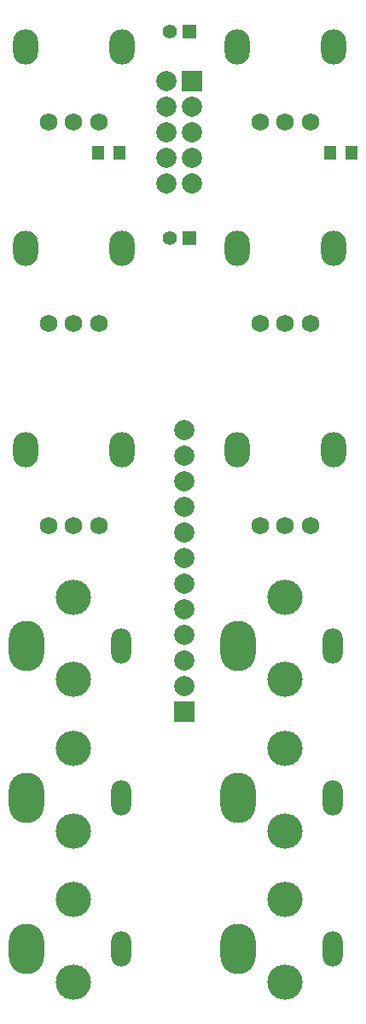
<source format=gts>
%FSLAX46Y46*%
G04 Gerber Fmt 4.6, Leading zero omitted, Abs format (unit mm)*
G04 Created by KiCad (PCBNEW (2014-09-02 BZR 5112)-product) date 2015-04-07 11:50:48 AM*
%MOMM*%
G01*
G04 APERTURE LIST*
%ADD10C,0.150000*%
%ADD11R,1.143000X1.397000*%
%ADD12O,3.500000X5.000000*%
%ADD13O,2.000000X3.500000*%
%ADD14O,3.500000X3.500000*%
%ADD15R,1.998980X1.998980*%
%ADD16C,1.998980*%
%ADD17O,2.500000X3.500000*%
%ADD18C,1.750000*%
%ADD19R,1.400000X1.400000*%
%ADD20C,1.400000*%
G04 APERTURE END LIST*
D10*
D11*
X240579500Y-122500000D03*
X238420500Y-122500000D03*
X217579500Y-122500000D03*
X215420500Y-122500000D03*
D12*
X229300000Y-186500000D03*
D13*
X238700000Y-186500000D03*
D14*
X234000000Y-181600000D03*
X234000000Y-189800000D03*
D12*
X208300000Y-186500000D03*
D13*
X217700000Y-186500000D03*
D14*
X213000000Y-181600000D03*
X213000000Y-189800000D03*
D12*
X229300000Y-201500000D03*
D13*
X238700000Y-201500000D03*
D14*
X234000000Y-196600000D03*
X234000000Y-204800000D03*
D12*
X208300000Y-201500000D03*
D13*
X217700000Y-201500000D03*
D14*
X213000000Y-196600000D03*
X213000000Y-204800000D03*
D12*
X208300000Y-171500000D03*
D13*
X217700000Y-171500000D03*
D14*
X213000000Y-166600000D03*
X213000000Y-174800000D03*
D12*
X229300000Y-171500000D03*
D13*
X238700000Y-171500000D03*
D14*
X234000000Y-166600000D03*
X234000000Y-174800000D03*
D15*
X224000000Y-177970000D03*
D16*
X224000000Y-175430000D03*
X224000000Y-172890000D03*
X224000000Y-170350000D03*
X224000000Y-167810000D03*
X224000000Y-165270000D03*
X224000000Y-162730000D03*
X224000000Y-160190000D03*
X224000000Y-157650000D03*
X224000000Y-155110000D03*
X224000000Y-152570000D03*
X224000000Y-150030000D03*
X224770000Y-123040000D03*
X224770000Y-120500000D03*
X224770000Y-125580000D03*
X224770000Y-117960000D03*
D15*
X224770000Y-115420000D03*
D16*
X222230000Y-115420000D03*
X222230000Y-117960000D03*
X222230000Y-120500000D03*
X222230000Y-123040000D03*
X222230000Y-125580000D03*
D17*
X238800000Y-152000000D03*
X229200000Y-152000000D03*
D18*
X236500000Y-159500000D03*
X234000000Y-159500000D03*
X231500000Y-159500000D03*
D17*
X217800000Y-112000000D03*
X208200000Y-112000000D03*
D18*
X215500000Y-119500000D03*
X213000000Y-119500000D03*
X210500000Y-119500000D03*
D17*
X217800000Y-132000000D03*
X208200000Y-132000000D03*
D18*
X215500000Y-139500000D03*
X213000000Y-139500000D03*
X210500000Y-139500000D03*
D17*
X217800000Y-152000000D03*
X208200000Y-152000000D03*
D18*
X215500000Y-159500000D03*
X213000000Y-159500000D03*
X210500000Y-159500000D03*
D17*
X238800000Y-132000000D03*
X229200000Y-132000000D03*
D18*
X236500000Y-139500000D03*
X234000000Y-139500000D03*
X231500000Y-139500000D03*
D17*
X238800000Y-112000000D03*
X229200000Y-112000000D03*
D18*
X236500000Y-119500000D03*
X234000000Y-119500000D03*
X231500000Y-119500000D03*
D19*
X224500000Y-110500000D03*
D20*
X222500000Y-110500000D03*
D19*
X224500000Y-131000000D03*
D20*
X222500000Y-131000000D03*
M02*

</source>
